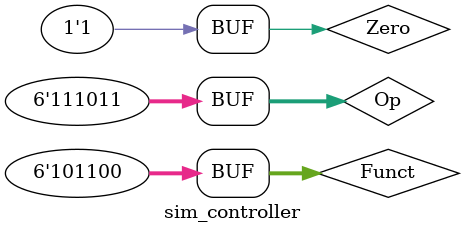
<source format=v>
module sim_controller;
    reg [5:0] Funct,Op;
    reg Zero;
    wire MemToReg,MemWrite;
    wire PCSrc,ALUSrc;
    wire RegDst,RegWrite;
    wire Jump;
    wire [2:0] ALUControl;
    initial begin
        Funct=6'b0;Op=6'b0;Zero=1;
        #10 Op=6'b000000;
            #10 Funct=6'b100000;
            #10 Funct=6'b100010;
            #10 Funct=6'b100100;
            #10 Funct=6'b100101;
            #10 Funct=6'b101010;
        #10 Op=6'b100011;
            #10 Funct=6'b100000;
            #10 Funct=6'b100010;
            #10 Funct=6'b100100;
            #10 Funct=6'b100101;
            #10 Funct=6'b101010;
        #10 Op=6'b101011;
            #10 Funct=6'b100000;
            #10 Funct=6'b100010;
            #10 Funct=6'b100100;
            #10 Funct=6'b100101;
            #10 Funct=6'b101010;
        #10 Op=6'b000100;//BEQ
            #10 Zero=0;
            #10 Zero=1;
            #10 Funct=6'b100000;
            #10 Funct=6'b100010;
            #10 Funct=6'b100100;
            #10 Funct=6'b100101;
            #10 Funct=6'b101010;
        #10 Op=6'b001000;
            #10 Funct=6'b100000;
            #10 Funct=6'b100010;
            #10 Funct=6'b100100;
            #10 Funct=6'b100101;
            #10 Funct=6'b101010;
        #10 Op=6'b000010;
            #10 Funct=6'b100000;
            #10 Funct=6'b100010;
            #10 Funct=6'b100100;
            #10 Funct=6'b100101;
            #10 Funct=6'b101010;
        #10 Op=6'b111011;Funct=6'b101100;Zero=1'b0;
        #10 Zero=1;
    end
    
    Controller Controller_1(Op,Funct,Zero,MemToReg,MemWrite,PCSrc,ALUSrc,RegDst,RegWrite,Jump,ALUControl);
    
endmodule

</source>
